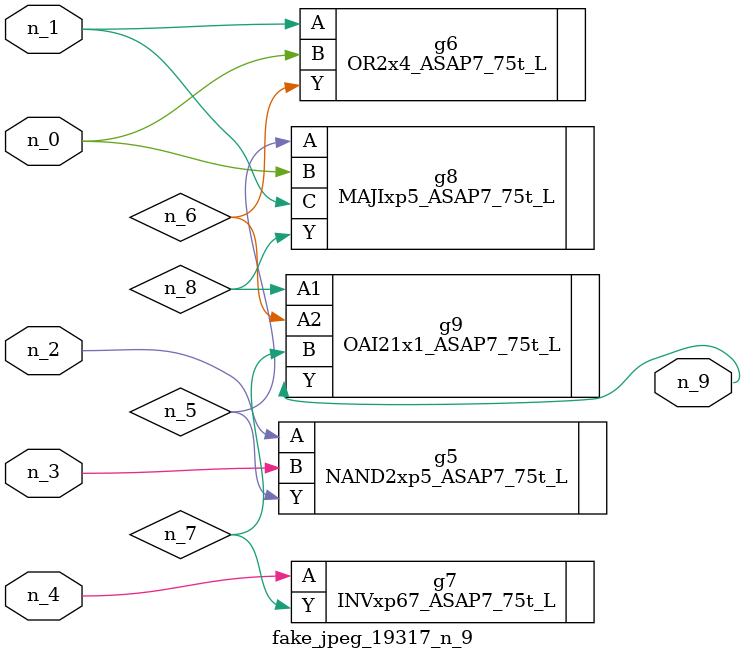
<source format=v>
module fake_jpeg_19317_n_9 (n_3, n_2, n_1, n_0, n_4, n_9);

input n_3;
input n_2;
input n_1;
input n_0;
input n_4;

output n_9;

wire n_8;
wire n_6;
wire n_5;
wire n_7;

NAND2xp5_ASAP7_75t_L g5 ( 
.A(n_2),
.B(n_3),
.Y(n_5)
);

OR2x4_ASAP7_75t_L g6 ( 
.A(n_1),
.B(n_0),
.Y(n_6)
);

INVxp67_ASAP7_75t_L g7 ( 
.A(n_4),
.Y(n_7)
);

MAJIxp5_ASAP7_75t_L g8 ( 
.A(n_5),
.B(n_0),
.C(n_1),
.Y(n_8)
);

OAI21x1_ASAP7_75t_L g9 ( 
.A1(n_8),
.A2(n_6),
.B(n_7),
.Y(n_9)
);


endmodule
</source>
